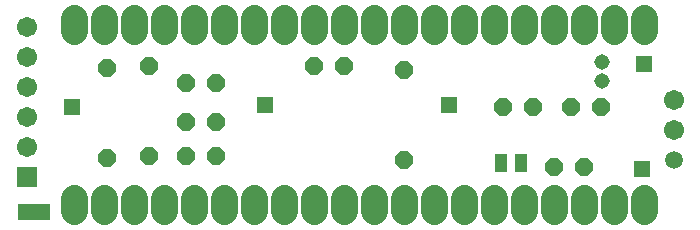
<source format=gts>
G75*
%MOIN*%
%OFA0B0*%
%FSLAX25Y25*%
%IPPOS*%
%LPD*%
%AMOC8*
5,1,8,0,0,1.08239X$1,22.5*
%
%ADD10OC8,0.06000*%
%ADD11C,0.05162*%
%ADD12C,0.09068*%
%ADD13C,0.06737*%
%ADD14R,0.06737X0.06737*%
%ADD15C,0.05950*%
%ADD16R,0.04400X0.06300*%
%ADD17R,0.10800X0.05800*%
%ADD18R,0.05800X0.05800*%
D10*
X0090906Y0036556D03*
X0104656Y0037181D03*
X0117156Y0037181D03*
X0127156Y0037181D03*
X0127156Y0048431D03*
X0117156Y0048431D03*
X0117156Y0061556D03*
X0127156Y0061556D03*
X0104656Y0067181D03*
X0090906Y0066556D03*
X0159656Y0067181D03*
X0169656Y0067181D03*
X0189656Y0065931D03*
X0222781Y0053431D03*
X0232781Y0053431D03*
X0245281Y0053431D03*
X0255281Y0053431D03*
X0249656Y0033431D03*
X0239656Y0033431D03*
X0189656Y0035931D03*
D11*
X0255906Y0062181D03*
X0255906Y0068431D03*
D12*
X0259656Y0078864D02*
X0259656Y0082998D01*
X0249656Y0082998D02*
X0249656Y0078864D01*
X0239656Y0078864D02*
X0239656Y0082998D01*
X0229656Y0082998D02*
X0229656Y0078864D01*
X0219656Y0078864D02*
X0219656Y0082998D01*
X0209656Y0082998D02*
X0209656Y0078864D01*
X0199656Y0078864D02*
X0199656Y0082998D01*
X0189656Y0082998D02*
X0189656Y0078864D01*
X0179656Y0078864D02*
X0179656Y0082998D01*
X0169656Y0082998D02*
X0169656Y0078864D01*
X0159656Y0078864D02*
X0159656Y0082998D01*
X0149656Y0082998D02*
X0149656Y0078864D01*
X0139656Y0078864D02*
X0139656Y0082998D01*
X0129656Y0082998D02*
X0129656Y0078864D01*
X0119656Y0078864D02*
X0119656Y0082998D01*
X0109656Y0082998D02*
X0109656Y0078864D01*
X0099656Y0078864D02*
X0099656Y0082998D01*
X0089656Y0082998D02*
X0089656Y0078864D01*
X0079656Y0078864D02*
X0079656Y0082998D01*
X0079656Y0022998D02*
X0079656Y0018864D01*
X0089656Y0018864D02*
X0089656Y0022998D01*
X0099656Y0022998D02*
X0099656Y0018864D01*
X0109656Y0018864D02*
X0109656Y0022998D01*
X0119656Y0022998D02*
X0119656Y0018864D01*
X0129656Y0018864D02*
X0129656Y0022998D01*
X0139656Y0022998D02*
X0139656Y0018864D01*
X0149656Y0018864D02*
X0149656Y0022998D01*
X0159656Y0022998D02*
X0159656Y0018864D01*
X0169656Y0018864D02*
X0169656Y0022998D01*
X0179656Y0022998D02*
X0179656Y0018864D01*
X0189656Y0018864D02*
X0189656Y0022998D01*
X0199656Y0022998D02*
X0199656Y0018864D01*
X0209656Y0018864D02*
X0209656Y0022998D01*
X0219656Y0022998D02*
X0219656Y0018864D01*
X0229656Y0018864D02*
X0229656Y0022998D01*
X0239656Y0022998D02*
X0239656Y0018864D01*
X0249656Y0018864D02*
X0249656Y0022998D01*
X0259656Y0022998D02*
X0259656Y0018864D01*
X0269656Y0018864D02*
X0269656Y0022998D01*
X0269656Y0078864D02*
X0269656Y0082998D01*
D13*
X0279656Y0055931D03*
X0279656Y0045931D03*
X0064031Y0050306D03*
X0064031Y0060306D03*
X0064031Y0070306D03*
X0064031Y0080306D03*
X0064031Y0040306D03*
D14*
X0064031Y0030306D03*
D15*
X0279656Y0035931D03*
D16*
X0228628Y0034681D03*
X0221935Y0034681D03*
D17*
X0066531Y0018431D03*
D18*
X0079031Y0053431D03*
X0143406Y0054056D03*
X0204656Y0054056D03*
X0269031Y0032806D03*
X0269656Y0067806D03*
M02*

</source>
